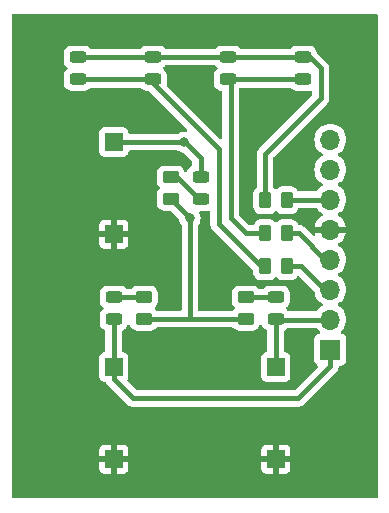
<source format=gbr>
%TF.GenerationSoftware,KiCad,Pcbnew,8.0.1*%
%TF.CreationDate,2024-05-01T13:03:36+02:00*%
%TF.ProjectId,top_led_btn_2MU_TOP,746f705f-6c65-4645-9f62-746e5f324d55,rev?*%
%TF.SameCoordinates,Original*%
%TF.FileFunction,Copper,L1,Top*%
%TF.FilePolarity,Positive*%
%FSLAX46Y46*%
G04 Gerber Fmt 4.6, Leading zero omitted, Abs format (unit mm)*
G04 Created by KiCad (PCBNEW 8.0.1) date 2024-05-01 13:03:36*
%MOMM*%
%LPD*%
G01*
G04 APERTURE LIST*
G04 Aperture macros list*
%AMRoundRect*
0 Rectangle with rounded corners*
0 $1 Rounding radius*
0 $2 $3 $4 $5 $6 $7 $8 $9 X,Y pos of 4 corners*
0 Add a 4 corners polygon primitive as box body*
4,1,4,$2,$3,$4,$5,$6,$7,$8,$9,$2,$3,0*
0 Add four circle primitives for the rounded corners*
1,1,$1+$1,$2,$3*
1,1,$1+$1,$4,$5*
1,1,$1+$1,$6,$7*
1,1,$1+$1,$8,$9*
0 Add four rect primitives between the rounded corners*
20,1,$1+$1,$2,$3,$4,$5,0*
20,1,$1+$1,$4,$5,$6,$7,0*
20,1,$1+$1,$6,$7,$8,$9,0*
20,1,$1+$1,$8,$9,$2,$3,0*%
G04 Aperture macros list end*
%TA.AperFunction,SMDPad,CuDef*%
%ADD10RoundRect,0.243750X0.456250X-0.243750X0.456250X0.243750X-0.456250X0.243750X-0.456250X-0.243750X0*%
%TD*%
%TA.AperFunction,SMDPad,CuDef*%
%ADD11RoundRect,0.243750X-0.456250X0.243750X-0.456250X-0.243750X0.456250X-0.243750X0.456250X0.243750X0*%
%TD*%
%TA.AperFunction,SMDPad,CuDef*%
%ADD12R,1.500000X1.500000*%
%TD*%
%TA.AperFunction,SMDPad,CuDef*%
%ADD13RoundRect,0.250000X0.450000X-0.262500X0.450000X0.262500X-0.450000X0.262500X-0.450000X-0.262500X0*%
%TD*%
%TA.AperFunction,SMDPad,CuDef*%
%ADD14RoundRect,0.250000X-0.262500X-0.450000X0.262500X-0.450000X0.262500X0.450000X-0.262500X0.450000X0*%
%TD*%
%TA.AperFunction,SMDPad,CuDef*%
%ADD15RoundRect,0.250000X0.262500X0.450000X-0.262500X0.450000X-0.262500X-0.450000X0.262500X-0.450000X0*%
%TD*%
%TA.AperFunction,ComponentPad*%
%ADD16R,1.700000X1.700000*%
%TD*%
%TA.AperFunction,ComponentPad*%
%ADD17O,1.700000X1.700000*%
%TD*%
%TA.AperFunction,ViaPad*%
%ADD18C,0.800000*%
%TD*%
%TA.AperFunction,Conductor*%
%ADD19C,0.400000*%
%TD*%
G04 APERTURE END LIST*
D10*
%TO.P,D6,1,K*%
%TO.N,Net-(D6-K)*%
X117856000Y-79677500D03*
%TO.P,D6,2,A*%
%TO.N,Net-(D4-A)*%
X117856000Y-77802500D03*
%TD*%
D11*
%TO.P,D1,1,K*%
%TO.N,Net-(D1-K)*%
X115570000Y-87962500D03*
%TO.P,D1,2,A*%
%TO.N,Net-(D1-A)*%
X115570000Y-89837500D03*
%TD*%
D12*
%TO.P,SW3,1,1*%
%TO.N,GND*%
X108204000Y-111850000D03*
%TO.P,SW3,2,2*%
%TO.N,Net-(D3-K)*%
X108204000Y-104050000D03*
%TD*%
D11*
%TO.P,D7,1,K*%
%TO.N,Net-(D4-A)*%
X124206000Y-77802500D03*
%TO.P,D7,2,A*%
%TO.N,Net-(D6-K)*%
X124206000Y-79677500D03*
%TD*%
D13*
%TO.P,R3,1*%
%TO.N,+3V3*%
X110744000Y-99972500D03*
%TO.P,R3,2*%
%TO.N,Net-(D3-A)*%
X110744000Y-98147500D03*
%TD*%
D14*
%TO.P,R4,1*%
%TO.N,Net-(D4-A)*%
X121007500Y-89916000D03*
%TO.P,R4,2*%
%TO.N,Net-(J2-Pin_6)*%
X122832500Y-89916000D03*
%TD*%
D13*
%TO.P,R1,1*%
%TO.N,+3V3*%
X113030000Y-89812500D03*
%TO.P,R1,2*%
%TO.N,Net-(D1-A)*%
X113030000Y-87987500D03*
%TD*%
%TO.P,R2,1*%
%TO.N,+3V3*%
X119380000Y-99972500D03*
%TO.P,R2,2*%
%TO.N,Net-(D2-A)*%
X119380000Y-98147500D03*
%TD*%
D15*
%TO.P,R5,1*%
%TO.N,Net-(J2-Pin_3)*%
X122832500Y-95504000D03*
%TO.P,R5,2*%
%TO.N,Net-(D4-K)*%
X121007500Y-95504000D03*
%TD*%
D12*
%TO.P,SW1,1,1*%
%TO.N,GND*%
X108204000Y-92800000D03*
%TO.P,SW1,2,2*%
%TO.N,Net-(D1-K)*%
X108204000Y-85000000D03*
%TD*%
D11*
%TO.P,D5,1,K*%
%TO.N,Net-(D4-A)*%
X111506000Y-77802500D03*
%TO.P,D5,2,A*%
%TO.N,Net-(D4-K)*%
X111506000Y-79677500D03*
%TD*%
D14*
%TO.P,R6,1*%
%TO.N,Net-(D6-K)*%
X121007500Y-92710000D03*
%TO.P,R6,2*%
%TO.N,Net-(J2-Pin_4)*%
X122832500Y-92710000D03*
%TD*%
D12*
%TO.P,SW2,1,1*%
%TO.N,GND*%
X121920000Y-111850000D03*
%TO.P,SW2,2,2*%
%TO.N,Net-(D2-K)*%
X121920000Y-104050000D03*
%TD*%
D10*
%TO.P,D2,1,K*%
%TO.N,Net-(D2-K)*%
X121920000Y-99997500D03*
%TO.P,D2,2,A*%
%TO.N,Net-(D2-A)*%
X121920000Y-98122500D03*
%TD*%
D16*
%TO.P,J2,1,Pin_1*%
%TO.N,Net-(D3-K)*%
X126542800Y-102560000D03*
D17*
%TO.P,J2,2,Pin_2*%
%TO.N,Net-(D2-K)*%
X126542800Y-100020000D03*
%TO.P,J2,3,Pin_3*%
%TO.N,Net-(J2-Pin_3)*%
X126542800Y-97480000D03*
%TO.P,J2,4,Pin_4*%
%TO.N,Net-(J2-Pin_4)*%
X126542800Y-94940000D03*
%TO.P,J2,5,Pin_5*%
%TO.N,GND*%
X126542800Y-92400000D03*
%TO.P,J2,6,Pin_6*%
%TO.N,Net-(J2-Pin_6)*%
X126542800Y-89860000D03*
%TO.P,J2,7,Pin_7*%
%TO.N,+3V3*%
X126542800Y-87320000D03*
%TO.P,J2,8,Pin_8*%
%TO.N,Net-(D1-K)*%
X126542800Y-84780000D03*
%TD*%
D10*
%TO.P,D4,1,K*%
%TO.N,Net-(D4-K)*%
X105156000Y-79677500D03*
%TO.P,D4,2,A*%
%TO.N,Net-(D4-A)*%
X105156000Y-77802500D03*
%TD*%
%TO.P,D3,1,K*%
%TO.N,Net-(D3-K)*%
X108204000Y-99997500D03*
%TO.P,D3,2,A*%
%TO.N,Net-(D3-A)*%
X108204000Y-98122500D03*
%TD*%
D18*
%TO.N,Net-(D1-K)*%
X114195000Y-85000000D03*
%TO.N,GND*%
X128016000Y-110490000D03*
X115316000Y-110998000D03*
X102362000Y-107696000D03*
X121412000Y-82296000D03*
X115824000Y-81280000D03*
X128778000Y-78232000D03*
X102870000Y-82804000D03*
X117094000Y-96012000D03*
X102616000Y-95758000D03*
X115316000Y-103378000D03*
%TO.N,+3V3*%
X114657500Y-91440000D03*
%TD*%
D19*
%TO.N,Net-(D4-K)*%
X117094000Y-91948000D02*
X120650000Y-95504000D01*
%TO.N,Net-(J2-Pin_3)*%
X126542800Y-97480000D02*
X126055000Y-97480000D01*
%TO.N,Net-(D4-K)*%
X111506000Y-79677500D02*
X111506000Y-80010000D01*
%TO.N,Net-(J2-Pin_3)*%
X126055000Y-97480000D02*
X124079000Y-95504000D01*
X124079000Y-95504000D02*
X122832500Y-95504000D01*
%TO.N,Net-(D4-K)*%
X111506000Y-80010000D02*
X117094000Y-85598000D01*
X120650000Y-95504000D02*
X121007500Y-95504000D01*
X117094000Y-85598000D02*
X117094000Y-91948000D01*
%TO.N,Net-(D4-A)*%
X121007500Y-89916000D02*
X121007500Y-86002500D01*
X121007500Y-86002500D02*
X125730000Y-81280000D01*
X124792500Y-77802500D02*
X124206000Y-77802500D01*
X125730000Y-81280000D02*
X125730000Y-78740000D01*
X125730000Y-78740000D02*
X124792500Y-77802500D01*
%TO.N,Net-(J2-Pin_6)*%
X122832500Y-89916000D02*
X122888500Y-89860000D01*
X122888500Y-89860000D02*
X126542800Y-89860000D01*
%TO.N,Net-(D6-K)*%
X124206000Y-79677500D02*
X118110000Y-79677500D01*
X118110000Y-79677500D02*
X118110000Y-91440000D01*
X118110000Y-91440000D02*
X119380000Y-92710000D01*
X119380000Y-92710000D02*
X121007500Y-92710000D01*
%TO.N,Net-(D2-K)*%
X126542800Y-100020000D02*
X121942500Y-100020000D01*
%TO.N,Net-(D3-K)*%
X126542800Y-103954700D02*
X126542800Y-102560000D01*
%TO.N,Net-(D2-K)*%
X121942500Y-100020000D02*
X121920000Y-99997500D01*
%TO.N,Net-(J2-Pin_4)*%
X126542800Y-94940000D02*
X126089688Y-94940000D01*
%TO.N,Net-(D3-K)*%
X123817500Y-106680000D02*
X126542800Y-103954700D01*
X108204000Y-105029000D02*
X109855000Y-106680000D01*
X109855000Y-106680000D02*
X123817500Y-106680000D01*
%TO.N,Net-(J2-Pin_4)*%
X123859688Y-92710000D02*
X122832500Y-92710000D01*
X126089688Y-94940000D02*
X123859688Y-92710000D01*
%TO.N,Net-(D3-K)*%
X108204000Y-104050000D02*
X108204000Y-105029000D01*
%TO.N,Net-(D1-A)*%
X115403750Y-89837500D02*
X115570000Y-89837500D01*
X113553750Y-87987500D02*
X115403750Y-89837500D01*
X113030000Y-87987500D02*
X113553750Y-87987500D01*
%TO.N,Net-(D1-K)*%
X115570000Y-86375000D02*
X115570000Y-87962500D01*
X114195000Y-85000000D02*
X108204000Y-85000000D01*
X114292500Y-85097500D02*
X115570000Y-86375000D01*
X114292500Y-85097500D02*
X114195000Y-85000000D01*
%TO.N,Net-(D2-A)*%
X119380000Y-98147500D02*
X121895000Y-98147500D01*
X121895000Y-98147500D02*
X121920000Y-98122500D01*
%TO.N,Net-(D2-K)*%
X121920000Y-104050000D02*
X121920000Y-99997500D01*
%TO.N,Net-(D3-K)*%
X108204000Y-104050000D02*
X108204000Y-99997500D01*
%TO.N,Net-(D3-A)*%
X108204000Y-98122500D02*
X110719000Y-98122500D01*
X110719000Y-98122500D02*
X110744000Y-98147500D01*
%TO.N,Net-(D4-A)*%
X117856000Y-77802500D02*
X124206000Y-77802500D01*
X111506000Y-77802500D02*
X117856000Y-77802500D01*
X105156000Y-77802500D02*
X111506000Y-77802500D01*
%TO.N,Net-(D4-K)*%
X105156000Y-79677500D02*
X111506000Y-79677500D01*
%TO.N,Net-(D6-K)*%
X117856000Y-79677500D02*
X124206000Y-79677500D01*
%TO.N,+3V3*%
X115927500Y-99972500D02*
X114657500Y-99972500D01*
X110744000Y-99972500D02*
X115927500Y-99972500D01*
X114657500Y-99972500D02*
X114657500Y-91440000D01*
X114657500Y-91440000D02*
X113030000Y-89812500D01*
X119380000Y-99972500D02*
X115927500Y-99972500D01*
%TD*%
%TA.AperFunction,Conductor*%
%TO.N,GND*%
G36*
X120704487Y-100432250D02*
G01*
X120755687Y-100479792D01*
X120766835Y-100504202D01*
X120780498Y-100545432D01*
X120784638Y-100557925D01*
X120784640Y-100557928D01*
X120784642Y-100557933D01*
X120875971Y-100705999D01*
X120875974Y-100706003D01*
X120998996Y-100829025D01*
X120999000Y-100829028D01*
X121147066Y-100920357D01*
X121147069Y-100920358D01*
X121147075Y-100920362D01*
X121147080Y-100920363D01*
X121147892Y-100920742D01*
X121148364Y-100921157D01*
X121153222Y-100924154D01*
X121152710Y-100924983D01*
X121200336Y-100966908D01*
X121219500Y-101033130D01*
X121219500Y-102677648D01*
X121199815Y-102744687D01*
X121147011Y-102790442D01*
X121108755Y-102800938D01*
X121062516Y-102805909D01*
X120927671Y-102856202D01*
X120927664Y-102856206D01*
X120812455Y-102942452D01*
X120812452Y-102942455D01*
X120726206Y-103057664D01*
X120726202Y-103057671D01*
X120675908Y-103192517D01*
X120669501Y-103252116D01*
X120669501Y-103252123D01*
X120669500Y-103252135D01*
X120669500Y-104847870D01*
X120669501Y-104847876D01*
X120675908Y-104907483D01*
X120726202Y-105042328D01*
X120726206Y-105042335D01*
X120812452Y-105157544D01*
X120812455Y-105157547D01*
X120927664Y-105243793D01*
X120927671Y-105243797D01*
X121062517Y-105294091D01*
X121062516Y-105294091D01*
X121069444Y-105294835D01*
X121122127Y-105300500D01*
X122717872Y-105300499D01*
X122777483Y-105294091D01*
X122912331Y-105243796D01*
X123027546Y-105157546D01*
X123113796Y-105042331D01*
X123164091Y-104907483D01*
X123170500Y-104847873D01*
X123170499Y-103252128D01*
X123164091Y-103192517D01*
X123113796Y-103057669D01*
X123113795Y-103057668D01*
X123113793Y-103057664D01*
X123027547Y-102942455D01*
X123027544Y-102942452D01*
X122912335Y-102856206D01*
X122912328Y-102856202D01*
X122777483Y-102805908D01*
X122731243Y-102800937D01*
X122666693Y-102774199D01*
X122626845Y-102716806D01*
X122620500Y-102677648D01*
X122620500Y-101033130D01*
X122640185Y-100966091D01*
X122687276Y-100924961D01*
X122686778Y-100924154D01*
X122691623Y-100921165D01*
X122692108Y-100920742D01*
X122692915Y-100920365D01*
X122692925Y-100920362D01*
X122841003Y-100829026D01*
X122913210Y-100756819D01*
X122974533Y-100723334D01*
X123000891Y-100720500D01*
X125320089Y-100720500D01*
X125387128Y-100740185D01*
X125421664Y-100773377D01*
X125504303Y-100891399D01*
X125504304Y-100891400D01*
X125504305Y-100891401D01*
X125626231Y-101013327D01*
X125659715Y-101074648D01*
X125654731Y-101144340D01*
X125612860Y-101200274D01*
X125581883Y-101217189D01*
X125450469Y-101266203D01*
X125450464Y-101266206D01*
X125335255Y-101352452D01*
X125335252Y-101352455D01*
X125249006Y-101467664D01*
X125249002Y-101467671D01*
X125198708Y-101602517D01*
X125192301Y-101662116D01*
X125192301Y-101662123D01*
X125192300Y-101662135D01*
X125192300Y-103457870D01*
X125192301Y-103457876D01*
X125198708Y-103517483D01*
X125249002Y-103652328D01*
X125249006Y-103652335D01*
X125335252Y-103767544D01*
X125335253Y-103767544D01*
X125335254Y-103767546D01*
X125379934Y-103800994D01*
X125451761Y-103854764D01*
X125493631Y-103910698D01*
X125498615Y-103980390D01*
X125465130Y-104041711D01*
X123563662Y-105943181D01*
X123502339Y-105976666D01*
X123475981Y-105979500D01*
X110196519Y-105979500D01*
X110129480Y-105959815D01*
X110108838Y-105943181D01*
X109392513Y-105226856D01*
X109359028Y-105165533D01*
X109364012Y-105095841D01*
X109380928Y-105064863D01*
X109397796Y-105042331D01*
X109448091Y-104907483D01*
X109454500Y-104847873D01*
X109454499Y-103252128D01*
X109448091Y-103192517D01*
X109397796Y-103057669D01*
X109397795Y-103057668D01*
X109397793Y-103057664D01*
X109311547Y-102942455D01*
X109311544Y-102942452D01*
X109196335Y-102856206D01*
X109196328Y-102856202D01*
X109061483Y-102805908D01*
X109015243Y-102800937D01*
X108950693Y-102774199D01*
X108910845Y-102716806D01*
X108904500Y-102677648D01*
X108904500Y-101033130D01*
X108924185Y-100966091D01*
X108971276Y-100924961D01*
X108970778Y-100924154D01*
X108975623Y-100921165D01*
X108976108Y-100920742D01*
X108976915Y-100920365D01*
X108976925Y-100920362D01*
X109125003Y-100829026D01*
X109248026Y-100706003D01*
X109339362Y-100557925D01*
X109357163Y-100504204D01*
X109396933Y-100446760D01*
X109461449Y-100419936D01*
X109530225Y-100432250D01*
X109581425Y-100479792D01*
X109592573Y-100504202D01*
X109609184Y-100554327D01*
X109609187Y-100554336D01*
X109611399Y-100557922D01*
X109701288Y-100703656D01*
X109825344Y-100827712D01*
X109974666Y-100919814D01*
X110141203Y-100974999D01*
X110243991Y-100985500D01*
X111244008Y-100985499D01*
X111244016Y-100985498D01*
X111244019Y-100985498D01*
X111300302Y-100979748D01*
X111346797Y-100974999D01*
X111513334Y-100919814D01*
X111662656Y-100827712D01*
X111781049Y-100709319D01*
X111842372Y-100675834D01*
X111868730Y-100673000D01*
X114588507Y-100673000D01*
X114726493Y-100673000D01*
X115858507Y-100673000D01*
X118255270Y-100673000D01*
X118322309Y-100692685D01*
X118342951Y-100709319D01*
X118461344Y-100827712D01*
X118610666Y-100919814D01*
X118777203Y-100974999D01*
X118879991Y-100985500D01*
X119880008Y-100985499D01*
X119880016Y-100985498D01*
X119880019Y-100985498D01*
X119936302Y-100979748D01*
X119982797Y-100974999D01*
X120149334Y-100919814D01*
X120298656Y-100827712D01*
X120422712Y-100703656D01*
X120514814Y-100554334D01*
X120531426Y-100504200D01*
X120571195Y-100446760D01*
X120635710Y-100419936D01*
X120704487Y-100432250D01*
G37*
%TD.AperFunction*%
%TA.AperFunction,Conductor*%
G36*
X116360366Y-90830947D02*
G01*
X116391559Y-90893467D01*
X116393500Y-90915323D01*
X116393500Y-91879006D01*
X116393500Y-92016994D01*
X116393500Y-92016996D01*
X116393499Y-92016996D01*
X116420418Y-92152322D01*
X116420421Y-92152332D01*
X116473222Y-92279807D01*
X116549887Y-92394545D01*
X116549888Y-92394546D01*
X119958181Y-95802837D01*
X119991666Y-95864160D01*
X119994500Y-95890517D01*
X119994500Y-96004000D01*
X119994501Y-96004019D01*
X120005000Y-96106796D01*
X120005001Y-96106799D01*
X120031743Y-96187500D01*
X120060186Y-96273334D01*
X120152288Y-96422656D01*
X120276344Y-96546712D01*
X120425666Y-96638814D01*
X120592203Y-96693999D01*
X120694991Y-96704500D01*
X121320008Y-96704499D01*
X121320016Y-96704498D01*
X121320019Y-96704498D01*
X121376302Y-96698748D01*
X121422797Y-96693999D01*
X121589334Y-96638814D01*
X121738656Y-96546712D01*
X121832319Y-96453049D01*
X121893642Y-96419564D01*
X121963334Y-96424548D01*
X122007681Y-96453049D01*
X122101344Y-96546712D01*
X122250666Y-96638814D01*
X122417203Y-96693999D01*
X122519991Y-96704500D01*
X123145008Y-96704499D01*
X123145016Y-96704498D01*
X123145019Y-96704498D01*
X123201302Y-96698748D01*
X123247797Y-96693999D01*
X123414334Y-96638814D01*
X123563656Y-96546712D01*
X123687712Y-96422656D01*
X123727191Y-96358648D01*
X123779135Y-96311927D01*
X123848098Y-96300703D01*
X123912180Y-96328545D01*
X123920409Y-96336066D01*
X125167000Y-97582657D01*
X125200485Y-97643980D01*
X125202847Y-97659528D01*
X125207736Y-97715404D01*
X125207738Y-97715413D01*
X125268894Y-97943655D01*
X125268896Y-97943659D01*
X125268897Y-97943663D01*
X125368765Y-98157830D01*
X125368767Y-98157834D01*
X125504301Y-98351395D01*
X125504306Y-98351402D01*
X125671397Y-98518493D01*
X125671403Y-98518498D01*
X125856958Y-98648425D01*
X125900583Y-98703002D01*
X125907777Y-98772500D01*
X125876254Y-98834855D01*
X125856958Y-98851575D01*
X125671397Y-98981505D01*
X125504306Y-99148596D01*
X125421664Y-99266623D01*
X125367087Y-99310248D01*
X125320089Y-99319500D01*
X123045892Y-99319500D01*
X122978853Y-99299815D01*
X122958211Y-99283182D01*
X122910710Y-99235681D01*
X122841003Y-99165974D01*
X122840301Y-99165541D01*
X122839921Y-99165118D01*
X122835336Y-99161493D01*
X122835955Y-99160709D01*
X122793575Y-99113598D01*
X122782349Y-99044636D01*
X122810188Y-98980552D01*
X122835455Y-98958657D01*
X122835336Y-98958507D01*
X122838687Y-98955856D01*
X122840299Y-98954459D01*
X122841003Y-98954026D01*
X122964026Y-98831003D01*
X123055362Y-98682925D01*
X123110087Y-98517775D01*
X123120500Y-98415848D01*
X123120500Y-97829152D01*
X123110087Y-97727225D01*
X123055362Y-97562075D01*
X123055358Y-97562069D01*
X123055357Y-97562066D01*
X122964028Y-97414000D01*
X122964025Y-97413996D01*
X122841003Y-97290974D01*
X122840999Y-97290971D01*
X122692933Y-97199642D01*
X122692927Y-97199639D01*
X122692925Y-97199638D01*
X122692922Y-97199637D01*
X122527776Y-97144913D01*
X122425855Y-97134500D01*
X122425848Y-97134500D01*
X121414152Y-97134500D01*
X121414144Y-97134500D01*
X121312223Y-97144913D01*
X121147077Y-97199637D01*
X121147066Y-97199642D01*
X120999000Y-97290971D01*
X120879289Y-97410682D01*
X120817966Y-97444166D01*
X120791608Y-97447000D01*
X120504730Y-97447000D01*
X120437691Y-97427315D01*
X120417049Y-97410681D01*
X120298657Y-97292289D01*
X120298656Y-97292288D01*
X120149334Y-97200186D01*
X119982797Y-97145001D01*
X119982795Y-97145000D01*
X119880010Y-97134500D01*
X118879998Y-97134500D01*
X118879980Y-97134501D01*
X118777203Y-97145000D01*
X118777200Y-97145001D01*
X118610668Y-97200185D01*
X118610663Y-97200187D01*
X118461342Y-97292289D01*
X118337289Y-97416342D01*
X118245187Y-97565663D01*
X118245185Y-97565668D01*
X118228980Y-97614571D01*
X118190001Y-97732203D01*
X118190001Y-97732204D01*
X118190000Y-97732204D01*
X118179500Y-97834983D01*
X118179500Y-98460001D01*
X118179501Y-98460019D01*
X118190000Y-98562796D01*
X118190001Y-98562799D01*
X118229810Y-98682933D01*
X118245186Y-98729334D01*
X118334414Y-98873997D01*
X118337289Y-98878657D01*
X118430951Y-98972319D01*
X118464436Y-99033642D01*
X118459452Y-99103334D01*
X118430951Y-99147681D01*
X118342951Y-99235681D01*
X118281628Y-99269166D01*
X118255270Y-99272000D01*
X115482000Y-99272000D01*
X115414961Y-99252315D01*
X115369206Y-99199511D01*
X115358000Y-99148000D01*
X115358000Y-92055391D01*
X115377685Y-91988352D01*
X115389852Y-91972417D01*
X115390033Y-91972216D01*
X115484679Y-91808284D01*
X115543174Y-91628256D01*
X115562960Y-91440000D01*
X115543174Y-91251744D01*
X115484679Y-91071716D01*
X115449912Y-91011498D01*
X115433440Y-90943600D01*
X115456293Y-90877573D01*
X115511214Y-90834382D01*
X115557300Y-90825500D01*
X116075843Y-90825500D01*
X116075848Y-90825500D01*
X116177775Y-90815087D01*
X116230496Y-90797616D01*
X116300324Y-90795215D01*
X116360366Y-90830947D01*
G37*
%TD.AperFunction*%
%TA.AperFunction,Conductor*%
G36*
X123169647Y-80397685D02*
G01*
X123190288Y-80414317D01*
X123284997Y-80509026D01*
X123284999Y-80509027D01*
X123285000Y-80509028D01*
X123433066Y-80600357D01*
X123433069Y-80600358D01*
X123433075Y-80600362D01*
X123598225Y-80655087D01*
X123700152Y-80665500D01*
X123700157Y-80665500D01*
X124711843Y-80665500D01*
X124711848Y-80665500D01*
X124813775Y-80655087D01*
X124866496Y-80637616D01*
X124936324Y-80635215D01*
X124996366Y-80670947D01*
X125027559Y-80733467D01*
X125029500Y-80755323D01*
X125029500Y-80938480D01*
X125009815Y-81005519D01*
X124993181Y-81026161D01*
X120463388Y-85555953D01*
X120463387Y-85555954D01*
X120386722Y-85670692D01*
X120333921Y-85798167D01*
X120333918Y-85798179D01*
X120308007Y-85928445D01*
X120308004Y-85928460D01*
X120307000Y-85933499D01*
X120307000Y-88791270D01*
X120287315Y-88858309D01*
X120270681Y-88878951D01*
X120152289Y-88997342D01*
X120060187Y-89146663D01*
X120060186Y-89146666D01*
X120005001Y-89313203D01*
X120005001Y-89313204D01*
X120005000Y-89313204D01*
X119994500Y-89415983D01*
X119994500Y-90416001D01*
X119994501Y-90416019D01*
X120005000Y-90518796D01*
X120005001Y-90518799D01*
X120054346Y-90667710D01*
X120060186Y-90685334D01*
X120152288Y-90834656D01*
X120276344Y-90958712D01*
X120425666Y-91050814D01*
X120592203Y-91105999D01*
X120694991Y-91116500D01*
X121320008Y-91116499D01*
X121320016Y-91116498D01*
X121320019Y-91116498D01*
X121376302Y-91110748D01*
X121422797Y-91105999D01*
X121589334Y-91050814D01*
X121738656Y-90958712D01*
X121832319Y-90865049D01*
X121893642Y-90831564D01*
X121963334Y-90836548D01*
X122007681Y-90865049D01*
X122101344Y-90958712D01*
X122250666Y-91050814D01*
X122417203Y-91105999D01*
X122519991Y-91116500D01*
X123145008Y-91116499D01*
X123145016Y-91116498D01*
X123145019Y-91116498D01*
X123201302Y-91110748D01*
X123247797Y-91105999D01*
X123414334Y-91050814D01*
X123563656Y-90958712D01*
X123687712Y-90834656D01*
X123779814Y-90685334D01*
X123793015Y-90645493D01*
X123832788Y-90588050D01*
X123897304Y-90561228D01*
X123910721Y-90560500D01*
X125320089Y-90560500D01*
X125387128Y-90580185D01*
X125421664Y-90613377D01*
X125504305Y-90731402D01*
X125671397Y-90898493D01*
X125671403Y-90898498D01*
X125857394Y-91028730D01*
X125901019Y-91083307D01*
X125908213Y-91152805D01*
X125876690Y-91215160D01*
X125857395Y-91231880D01*
X125671722Y-91361890D01*
X125671720Y-91361891D01*
X125504691Y-91528920D01*
X125504686Y-91528926D01*
X125369200Y-91722420D01*
X125369199Y-91722422D01*
X125269370Y-91936507D01*
X125269367Y-91936513D01*
X125212164Y-92149999D01*
X125212164Y-92150000D01*
X126109788Y-92150000D01*
X126076875Y-92207007D01*
X126042800Y-92334174D01*
X126042800Y-92465826D01*
X126076875Y-92592993D01*
X126109788Y-92650000D01*
X125212164Y-92650000D01*
X125246785Y-92779209D01*
X125245122Y-92849058D01*
X125205960Y-92906921D01*
X125141731Y-92934425D01*
X125072829Y-92922839D01*
X125039329Y-92898983D01*
X124306233Y-92165887D01*
X124191495Y-92089222D01*
X124064020Y-92036421D01*
X124064010Y-92036418D01*
X123928684Y-92009500D01*
X123928682Y-92009500D01*
X123928681Y-92009500D01*
X123890908Y-92009500D01*
X123823869Y-91989815D01*
X123785363Y-91945728D01*
X123783605Y-91946813D01*
X123777252Y-91936513D01*
X123687712Y-91791344D01*
X123563656Y-91667288D01*
X123414334Y-91575186D01*
X123247797Y-91520001D01*
X123247795Y-91520000D01*
X123145010Y-91509500D01*
X122519998Y-91509500D01*
X122519980Y-91509501D01*
X122417203Y-91520000D01*
X122417200Y-91520001D01*
X122250668Y-91575185D01*
X122250663Y-91575187D01*
X122101342Y-91667289D01*
X122007681Y-91760951D01*
X121946358Y-91794436D01*
X121876666Y-91789452D01*
X121832319Y-91760951D01*
X121738657Y-91667289D01*
X121738656Y-91667288D01*
X121589334Y-91575186D01*
X121422797Y-91520001D01*
X121422795Y-91520000D01*
X121320010Y-91509500D01*
X120694998Y-91509500D01*
X120694980Y-91509501D01*
X120592203Y-91520000D01*
X120592200Y-91520001D01*
X120425668Y-91575185D01*
X120425663Y-91575187D01*
X120276342Y-91667289D01*
X120152289Y-91791342D01*
X120142068Y-91807913D01*
X120062752Y-91936507D01*
X120056395Y-91946813D01*
X120054600Y-91945706D01*
X120015313Y-91990337D01*
X119949092Y-92009500D01*
X119721519Y-92009500D01*
X119654480Y-91989815D01*
X119633838Y-91973181D01*
X118846819Y-91186162D01*
X118813334Y-91124839D01*
X118810500Y-91098481D01*
X118810500Y-80526891D01*
X118830185Y-80459852D01*
X118846821Y-80439208D01*
X118871713Y-80414317D01*
X118933036Y-80380833D01*
X118959392Y-80378000D01*
X123102608Y-80378000D01*
X123169647Y-80397685D01*
G37*
%TD.AperFunction*%
%TA.AperFunction,Conductor*%
G36*
X116819647Y-78522685D02*
G01*
X116840289Y-78539318D01*
X116934997Y-78634026D01*
X116934999Y-78634027D01*
X116935000Y-78634028D01*
X116935703Y-78634462D01*
X116936083Y-78634885D01*
X116940664Y-78638507D01*
X116940045Y-78639289D01*
X116982428Y-78686410D01*
X116993649Y-78755372D01*
X116965806Y-78819454D01*
X116940544Y-78841342D01*
X116940664Y-78841493D01*
X116937315Y-78844140D01*
X116935703Y-78845538D01*
X116935000Y-78845971D01*
X116934996Y-78845974D01*
X116811974Y-78968996D01*
X116811971Y-78969000D01*
X116720642Y-79117066D01*
X116720637Y-79117077D01*
X116665913Y-79282223D01*
X116655500Y-79384144D01*
X116655500Y-79970855D01*
X116665913Y-80072776D01*
X116720637Y-80237922D01*
X116720642Y-80237933D01*
X116811971Y-80385999D01*
X116811974Y-80386003D01*
X116934996Y-80509025D01*
X116935000Y-80509028D01*
X117083066Y-80600357D01*
X117083069Y-80600358D01*
X117083075Y-80600362D01*
X117188255Y-80635215D01*
X117248224Y-80655087D01*
X117258380Y-80656124D01*
X117298102Y-80660182D01*
X117362793Y-80686577D01*
X117402945Y-80743758D01*
X117409500Y-80783540D01*
X117409500Y-84623481D01*
X117389815Y-84690520D01*
X117337011Y-84736275D01*
X117267853Y-84746219D01*
X117204297Y-84717194D01*
X117197819Y-84711162D01*
X112716157Y-80229500D01*
X112682672Y-80168177D01*
X112686131Y-80102816D01*
X112696087Y-80072775D01*
X112706500Y-79970848D01*
X112706500Y-79384152D01*
X112696087Y-79282225D01*
X112641362Y-79117075D01*
X112641358Y-79117069D01*
X112641357Y-79117066D01*
X112550028Y-78969000D01*
X112550025Y-78968996D01*
X112427004Y-78845975D01*
X112427003Y-78845974D01*
X112426301Y-78845541D01*
X112425921Y-78845118D01*
X112421336Y-78841493D01*
X112421955Y-78840709D01*
X112379575Y-78793598D01*
X112368349Y-78724636D01*
X112396188Y-78660552D01*
X112421455Y-78638657D01*
X112421336Y-78638507D01*
X112424687Y-78635856D01*
X112426299Y-78634459D01*
X112427003Y-78634026D01*
X112521711Y-78539318D01*
X112583035Y-78505834D01*
X112609392Y-78503000D01*
X116752608Y-78503000D01*
X116819647Y-78522685D01*
G37*
%TD.AperFunction*%
%TA.AperFunction,Conductor*%
G36*
X130502539Y-74180185D02*
G01*
X130548294Y-74232989D01*
X130559500Y-74284500D01*
X130559500Y-115035500D01*
X130539815Y-115102539D01*
X130487011Y-115148294D01*
X130435500Y-115159500D01*
X99684500Y-115159500D01*
X99617461Y-115139815D01*
X99571706Y-115087011D01*
X99560500Y-115035500D01*
X99560500Y-112100000D01*
X106954000Y-112100000D01*
X106954000Y-112647844D01*
X106960401Y-112707372D01*
X106960403Y-112707379D01*
X107010645Y-112842086D01*
X107010649Y-112842093D01*
X107096809Y-112957187D01*
X107096812Y-112957190D01*
X107211906Y-113043350D01*
X107211913Y-113043354D01*
X107346620Y-113093596D01*
X107346627Y-113093598D01*
X107406155Y-113099999D01*
X107406172Y-113100000D01*
X107954000Y-113100000D01*
X107954000Y-112100000D01*
X108454000Y-112100000D01*
X108454000Y-113100000D01*
X109001828Y-113100000D01*
X109001844Y-113099999D01*
X109061372Y-113093598D01*
X109061379Y-113093596D01*
X109196086Y-113043354D01*
X109196093Y-113043350D01*
X109311187Y-112957190D01*
X109311190Y-112957187D01*
X109397350Y-112842093D01*
X109397354Y-112842086D01*
X109447596Y-112707379D01*
X109447598Y-112707372D01*
X109453999Y-112647844D01*
X109454000Y-112647827D01*
X109454000Y-112100000D01*
X120670000Y-112100000D01*
X120670000Y-112647844D01*
X120676401Y-112707372D01*
X120676403Y-112707379D01*
X120726645Y-112842086D01*
X120726649Y-112842093D01*
X120812809Y-112957187D01*
X120812812Y-112957190D01*
X120927906Y-113043350D01*
X120927913Y-113043354D01*
X121062620Y-113093596D01*
X121062627Y-113093598D01*
X121122155Y-113099999D01*
X121122172Y-113100000D01*
X121670000Y-113100000D01*
X121670000Y-112100000D01*
X122170000Y-112100000D01*
X122170000Y-113100000D01*
X122717828Y-113100000D01*
X122717844Y-113099999D01*
X122777372Y-113093598D01*
X122777379Y-113093596D01*
X122912086Y-113043354D01*
X122912093Y-113043350D01*
X123027187Y-112957190D01*
X123027190Y-112957187D01*
X123113350Y-112842093D01*
X123113354Y-112842086D01*
X123163596Y-112707379D01*
X123163598Y-112707372D01*
X123169999Y-112647844D01*
X123170000Y-112647827D01*
X123170000Y-112100000D01*
X122170000Y-112100000D01*
X121670000Y-112100000D01*
X120670000Y-112100000D01*
X109454000Y-112100000D01*
X108454000Y-112100000D01*
X107954000Y-112100000D01*
X106954000Y-112100000D01*
X99560500Y-112100000D01*
X99560500Y-111600000D01*
X106954000Y-111600000D01*
X107954000Y-111600000D01*
X107954000Y-110600000D01*
X108454000Y-110600000D01*
X108454000Y-111600000D01*
X109454000Y-111600000D01*
X120670000Y-111600000D01*
X121670000Y-111600000D01*
X121670000Y-110600000D01*
X122170000Y-110600000D01*
X122170000Y-111600000D01*
X123170000Y-111600000D01*
X123170000Y-111052172D01*
X123169999Y-111052155D01*
X123163598Y-110992627D01*
X123163596Y-110992620D01*
X123113354Y-110857913D01*
X123113350Y-110857906D01*
X123027190Y-110742812D01*
X123027187Y-110742809D01*
X122912093Y-110656649D01*
X122912086Y-110656645D01*
X122777379Y-110606403D01*
X122777372Y-110606401D01*
X122717844Y-110600000D01*
X122170000Y-110600000D01*
X121670000Y-110600000D01*
X121122155Y-110600000D01*
X121062627Y-110606401D01*
X121062620Y-110606403D01*
X120927913Y-110656645D01*
X120927906Y-110656649D01*
X120812812Y-110742809D01*
X120812809Y-110742812D01*
X120726649Y-110857906D01*
X120726645Y-110857913D01*
X120676403Y-110992620D01*
X120676401Y-110992627D01*
X120670000Y-111052155D01*
X120670000Y-111600000D01*
X109454000Y-111600000D01*
X109454000Y-111052172D01*
X109453999Y-111052155D01*
X109447598Y-110992627D01*
X109447596Y-110992620D01*
X109397354Y-110857913D01*
X109397350Y-110857906D01*
X109311190Y-110742812D01*
X109311187Y-110742809D01*
X109196093Y-110656649D01*
X109196086Y-110656645D01*
X109061379Y-110606403D01*
X109061372Y-110606401D01*
X109001844Y-110600000D01*
X108454000Y-110600000D01*
X107954000Y-110600000D01*
X107406155Y-110600000D01*
X107346627Y-110606401D01*
X107346620Y-110606403D01*
X107211913Y-110656645D01*
X107211906Y-110656649D01*
X107096812Y-110742809D01*
X107096809Y-110742812D01*
X107010649Y-110857906D01*
X107010645Y-110857913D01*
X106960403Y-110992620D01*
X106960401Y-110992627D01*
X106954000Y-111052155D01*
X106954000Y-111600000D01*
X99560500Y-111600000D01*
X99560500Y-93050000D01*
X106954000Y-93050000D01*
X106954000Y-93597844D01*
X106960401Y-93657372D01*
X106960403Y-93657379D01*
X107010645Y-93792086D01*
X107010649Y-93792093D01*
X107096809Y-93907187D01*
X107096812Y-93907190D01*
X107211906Y-93993350D01*
X107211913Y-93993354D01*
X107346620Y-94043596D01*
X107346627Y-94043598D01*
X107406155Y-94049999D01*
X107406172Y-94050000D01*
X107954000Y-94050000D01*
X107954000Y-93050000D01*
X108454000Y-93050000D01*
X108454000Y-94050000D01*
X109001828Y-94050000D01*
X109001844Y-94049999D01*
X109061372Y-94043598D01*
X109061379Y-94043596D01*
X109196086Y-93993354D01*
X109196093Y-93993350D01*
X109311187Y-93907190D01*
X109311190Y-93907187D01*
X109397350Y-93792093D01*
X109397354Y-93792086D01*
X109447596Y-93657379D01*
X109447598Y-93657372D01*
X109453999Y-93597844D01*
X109454000Y-93597827D01*
X109454000Y-93050000D01*
X108454000Y-93050000D01*
X107954000Y-93050000D01*
X106954000Y-93050000D01*
X99560500Y-93050000D01*
X99560500Y-92550000D01*
X106954000Y-92550000D01*
X107954000Y-92550000D01*
X107954000Y-91550000D01*
X108454000Y-91550000D01*
X108454000Y-92550000D01*
X109454000Y-92550000D01*
X109454000Y-92002172D01*
X109453999Y-92002155D01*
X109447598Y-91942627D01*
X109447596Y-91942620D01*
X109397354Y-91807913D01*
X109397350Y-91807906D01*
X109311190Y-91692812D01*
X109311187Y-91692809D01*
X109196093Y-91606649D01*
X109196086Y-91606645D01*
X109061379Y-91556403D01*
X109061372Y-91556401D01*
X109001844Y-91550000D01*
X108454000Y-91550000D01*
X107954000Y-91550000D01*
X107406155Y-91550000D01*
X107346627Y-91556401D01*
X107346620Y-91556403D01*
X107211913Y-91606645D01*
X107211906Y-91606649D01*
X107096812Y-91692809D01*
X107096809Y-91692812D01*
X107010649Y-91807906D01*
X107010645Y-91807913D01*
X106960403Y-91942620D01*
X106960401Y-91942627D01*
X106954000Y-92002155D01*
X106954000Y-92550000D01*
X99560500Y-92550000D01*
X99560500Y-79970855D01*
X103955500Y-79970855D01*
X103965913Y-80072776D01*
X104020637Y-80237922D01*
X104020642Y-80237933D01*
X104111971Y-80385999D01*
X104111974Y-80386003D01*
X104234996Y-80509025D01*
X104235000Y-80509028D01*
X104383066Y-80600357D01*
X104383069Y-80600358D01*
X104383075Y-80600362D01*
X104548225Y-80655087D01*
X104650152Y-80665500D01*
X104650157Y-80665500D01*
X105661843Y-80665500D01*
X105661848Y-80665500D01*
X105763775Y-80655087D01*
X105928925Y-80600362D01*
X106077003Y-80509026D01*
X106171711Y-80414318D01*
X106233035Y-80380834D01*
X106259392Y-80378000D01*
X110402608Y-80378000D01*
X110469647Y-80397685D01*
X110490288Y-80414317D01*
X110584997Y-80509026D01*
X110584999Y-80509027D01*
X110585000Y-80509028D01*
X110733066Y-80600357D01*
X110733069Y-80600358D01*
X110733075Y-80600362D01*
X110898225Y-80655087D01*
X111000152Y-80665500D01*
X111119481Y-80665500D01*
X111186520Y-80685185D01*
X111207162Y-80701819D01*
X114394259Y-83888916D01*
X114427744Y-83950239D01*
X114422760Y-84019931D01*
X114380888Y-84075864D01*
X114315424Y-84100281D01*
X114293611Y-84099917D01*
X114289646Y-84099500D01*
X114100354Y-84099500D01*
X114087788Y-84102171D01*
X113915197Y-84138855D01*
X113915192Y-84138857D01*
X113742270Y-84215848D01*
X113742265Y-84215851D01*
X113659729Y-84275818D01*
X113593923Y-84299298D01*
X113586844Y-84299500D01*
X109576351Y-84299500D01*
X109509312Y-84279815D01*
X109463557Y-84227011D01*
X109453061Y-84188752D01*
X109448091Y-84142516D01*
X109397797Y-84007671D01*
X109397793Y-84007664D01*
X109311547Y-83892455D01*
X109311544Y-83892452D01*
X109196335Y-83806206D01*
X109196328Y-83806202D01*
X109061482Y-83755908D01*
X109061483Y-83755908D01*
X109001883Y-83749501D01*
X109001881Y-83749500D01*
X109001873Y-83749500D01*
X109001864Y-83749500D01*
X107406129Y-83749500D01*
X107406123Y-83749501D01*
X107346516Y-83755908D01*
X107211671Y-83806202D01*
X107211664Y-83806206D01*
X107096455Y-83892452D01*
X107096452Y-83892455D01*
X107010206Y-84007664D01*
X107010202Y-84007671D01*
X106959908Y-84142517D01*
X106953501Y-84202116D01*
X106953500Y-84202135D01*
X106953500Y-85797870D01*
X106953501Y-85797876D01*
X106959908Y-85857483D01*
X107010202Y-85992328D01*
X107010206Y-85992335D01*
X107096452Y-86107544D01*
X107096455Y-86107547D01*
X107211664Y-86193793D01*
X107211671Y-86193797D01*
X107346517Y-86244091D01*
X107346516Y-86244091D01*
X107353444Y-86244835D01*
X107406127Y-86250500D01*
X109001872Y-86250499D01*
X109061483Y-86244091D01*
X109196331Y-86193796D01*
X109311546Y-86107546D01*
X109397796Y-85992331D01*
X109448091Y-85857483D01*
X109453062Y-85811242D01*
X109479799Y-85746694D01*
X109537191Y-85706846D01*
X109576351Y-85700500D01*
X113586844Y-85700500D01*
X113653883Y-85720185D01*
X113659729Y-85724182D01*
X113742265Y-85784148D01*
X113742270Y-85784151D01*
X113915191Y-85861142D01*
X113915193Y-85861142D01*
X113915197Y-85861144D01*
X114070130Y-85894075D01*
X114131607Y-85927266D01*
X114132026Y-85927683D01*
X114833181Y-86628838D01*
X114866666Y-86690161D01*
X114869500Y-86716519D01*
X114869500Y-86926868D01*
X114849815Y-86993907D01*
X114802724Y-87035041D01*
X114803221Y-87035846D01*
X114798400Y-87038819D01*
X114797911Y-87039247D01*
X114797075Y-87039636D01*
X114649000Y-87130971D01*
X114648996Y-87130974D01*
X114525974Y-87253996D01*
X114525971Y-87254000D01*
X114434642Y-87402066D01*
X114434638Y-87402075D01*
X114416837Y-87455796D01*
X114377064Y-87513240D01*
X114312548Y-87540063D01*
X114243772Y-87527748D01*
X114192572Y-87480204D01*
X114181425Y-87455796D01*
X114164814Y-87405666D01*
X114072712Y-87256344D01*
X113948656Y-87132288D01*
X113799334Y-87040186D01*
X113632797Y-86985001D01*
X113632795Y-86985000D01*
X113530010Y-86974500D01*
X112529998Y-86974500D01*
X112529980Y-86974501D01*
X112427203Y-86985000D01*
X112427200Y-86985001D01*
X112260668Y-87040185D01*
X112260663Y-87040187D01*
X112111342Y-87132289D01*
X111987289Y-87256342D01*
X111895187Y-87405663D01*
X111895185Y-87405668D01*
X111867349Y-87489670D01*
X111840001Y-87572203D01*
X111840001Y-87572204D01*
X111840000Y-87572204D01*
X111829500Y-87674983D01*
X111829500Y-88300001D01*
X111829501Y-88300019D01*
X111840000Y-88402796D01*
X111840001Y-88402799D01*
X111868375Y-88488425D01*
X111895186Y-88569334D01*
X111985341Y-88715500D01*
X111987289Y-88718657D01*
X112080951Y-88812319D01*
X112114436Y-88873642D01*
X112109452Y-88943334D01*
X112080951Y-88987681D01*
X111987289Y-89081342D01*
X111895187Y-89230663D01*
X111895186Y-89230666D01*
X111840001Y-89397203D01*
X111840001Y-89397204D01*
X111840000Y-89397204D01*
X111829500Y-89499983D01*
X111829500Y-90125001D01*
X111829501Y-90125019D01*
X111840000Y-90227796D01*
X111840001Y-90227799D01*
X111895185Y-90394331D01*
X111895187Y-90394336D01*
X111908561Y-90416019D01*
X111987288Y-90543656D01*
X112111344Y-90667712D01*
X112260666Y-90759814D01*
X112427203Y-90814999D01*
X112529991Y-90825500D01*
X113000980Y-90825499D01*
X113068019Y-90845183D01*
X113088661Y-90861818D01*
X113730995Y-91504152D01*
X113764480Y-91565475D01*
X113766634Y-91578869D01*
X113771825Y-91628249D01*
X113771827Y-91628260D01*
X113830318Y-91808277D01*
X113830321Y-91808284D01*
X113924966Y-91972215D01*
X113925148Y-91972417D01*
X113925216Y-91972559D01*
X113928785Y-91977471D01*
X113927886Y-91978123D01*
X113955379Y-92035408D01*
X113957000Y-92055391D01*
X113957000Y-99148000D01*
X113937315Y-99215039D01*
X113884511Y-99260794D01*
X113833000Y-99272000D01*
X111868730Y-99272000D01*
X111801691Y-99252315D01*
X111781049Y-99235681D01*
X111693049Y-99147681D01*
X111659564Y-99086358D01*
X111664548Y-99016666D01*
X111693049Y-98972319D01*
X111711344Y-98954024D01*
X111786712Y-98878656D01*
X111878814Y-98729334D01*
X111933999Y-98562797D01*
X111944500Y-98460009D01*
X111944499Y-97834992D01*
X111943902Y-97829152D01*
X111933999Y-97732203D01*
X111933998Y-97732200D01*
X111909917Y-97659528D01*
X111878814Y-97565666D01*
X111786712Y-97416344D01*
X111662656Y-97292288D01*
X111513334Y-97200186D01*
X111346797Y-97145001D01*
X111346795Y-97145000D01*
X111244010Y-97134500D01*
X110243998Y-97134500D01*
X110243980Y-97134501D01*
X110141203Y-97145000D01*
X110141200Y-97145001D01*
X109974668Y-97200185D01*
X109974663Y-97200187D01*
X109825342Y-97292289D01*
X109731951Y-97385681D01*
X109670628Y-97419166D01*
X109644270Y-97422000D01*
X109307392Y-97422000D01*
X109240353Y-97402315D01*
X109219711Y-97385682D01*
X109219710Y-97385681D01*
X109125003Y-97290974D01*
X109125000Y-97290972D01*
X109124999Y-97290971D01*
X108976933Y-97199642D01*
X108976927Y-97199639D01*
X108976925Y-97199638D01*
X108976922Y-97199637D01*
X108811776Y-97144913D01*
X108709855Y-97134500D01*
X108709848Y-97134500D01*
X107698152Y-97134500D01*
X107698144Y-97134500D01*
X107596223Y-97144913D01*
X107431077Y-97199637D01*
X107431066Y-97199642D01*
X107283000Y-97290971D01*
X107282996Y-97290974D01*
X107159974Y-97413996D01*
X107159971Y-97414000D01*
X107068642Y-97562066D01*
X107068637Y-97562077D01*
X107013913Y-97727223D01*
X107003500Y-97829144D01*
X107003500Y-98415855D01*
X107013913Y-98517776D01*
X107068637Y-98682922D01*
X107068642Y-98682933D01*
X107159971Y-98830999D01*
X107159974Y-98831003D01*
X107282996Y-98954025D01*
X107283000Y-98954028D01*
X107283703Y-98954462D01*
X107284083Y-98954885D01*
X107288664Y-98958507D01*
X107288045Y-98959289D01*
X107330428Y-99006410D01*
X107341649Y-99075372D01*
X107313806Y-99139454D01*
X107288544Y-99161342D01*
X107288664Y-99161493D01*
X107285315Y-99164140D01*
X107283703Y-99165538D01*
X107283000Y-99165971D01*
X107282996Y-99165974D01*
X107159974Y-99288996D01*
X107159971Y-99289000D01*
X107068642Y-99437066D01*
X107068637Y-99437077D01*
X107013913Y-99602223D01*
X107003500Y-99704144D01*
X107003500Y-100290855D01*
X107013913Y-100392776D01*
X107068637Y-100557922D01*
X107068642Y-100557933D01*
X107159971Y-100705999D01*
X107159974Y-100706003D01*
X107282996Y-100829025D01*
X107283000Y-100829028D01*
X107431066Y-100920357D01*
X107431069Y-100920358D01*
X107431075Y-100920362D01*
X107431080Y-100920363D01*
X107431892Y-100920742D01*
X107432364Y-100921157D01*
X107437222Y-100924154D01*
X107436710Y-100924983D01*
X107484336Y-100966908D01*
X107503500Y-101033130D01*
X107503500Y-102677648D01*
X107483815Y-102744687D01*
X107431011Y-102790442D01*
X107392755Y-102800938D01*
X107346516Y-102805909D01*
X107211671Y-102856202D01*
X107211664Y-102856206D01*
X107096455Y-102942452D01*
X107096452Y-102942455D01*
X107010206Y-103057664D01*
X107010202Y-103057671D01*
X106959908Y-103192517D01*
X106953501Y-103252116D01*
X106953501Y-103252123D01*
X106953500Y-103252135D01*
X106953500Y-104847870D01*
X106953501Y-104847876D01*
X106959908Y-104907483D01*
X107010202Y-105042328D01*
X107010206Y-105042335D01*
X107096452Y-105157544D01*
X107096455Y-105157547D01*
X107211664Y-105243793D01*
X107211671Y-105243797D01*
X107256618Y-105260561D01*
X107346517Y-105294091D01*
X107406127Y-105300500D01*
X107476664Y-105300499D01*
X107543703Y-105320183D01*
X107577758Y-105357137D01*
X107579841Y-105355746D01*
X107659887Y-105475545D01*
X109408454Y-107224112D01*
X109523192Y-107300777D01*
X109650667Y-107353578D01*
X109650672Y-107353580D01*
X109650676Y-107353580D01*
X109650677Y-107353581D01*
X109786003Y-107380500D01*
X109786006Y-107380500D01*
X123886496Y-107380500D01*
X123977540Y-107362389D01*
X124021828Y-107353580D01*
X124085569Y-107327177D01*
X124149307Y-107300777D01*
X124149308Y-107300776D01*
X124149311Y-107300775D01*
X124264043Y-107224114D01*
X127086914Y-104401243D01*
X127163575Y-104286511D01*
X127216380Y-104159029D01*
X127216380Y-104159025D01*
X127216382Y-104159022D01*
X127221734Y-104132111D01*
X127221734Y-104132109D01*
X127243300Y-104023693D01*
X127243433Y-104022344D01*
X127243700Y-104021682D01*
X127244489Y-104017717D01*
X127245241Y-104017866D01*
X127269595Y-103957557D01*
X127326630Y-103917198D01*
X127366836Y-103910499D01*
X127440671Y-103910499D01*
X127440672Y-103910499D01*
X127500283Y-103904091D01*
X127635131Y-103853796D01*
X127750346Y-103767546D01*
X127836596Y-103652331D01*
X127886891Y-103517483D01*
X127893300Y-103457873D01*
X127893299Y-101662128D01*
X127886891Y-101602517D01*
X127836596Y-101467669D01*
X127836595Y-101467668D01*
X127836593Y-101467664D01*
X127750347Y-101352455D01*
X127750344Y-101352452D01*
X127635135Y-101266206D01*
X127635128Y-101266202D01*
X127503717Y-101217189D01*
X127447783Y-101175318D01*
X127423366Y-101109853D01*
X127438218Y-101041580D01*
X127459363Y-101013332D01*
X127581295Y-100891401D01*
X127716835Y-100697830D01*
X127816703Y-100483663D01*
X127877863Y-100255408D01*
X127898459Y-100020000D01*
X127877863Y-99784592D01*
X127816703Y-99556337D01*
X127716835Y-99342171D01*
X127694483Y-99310248D01*
X127581294Y-99148597D01*
X127414202Y-98981506D01*
X127414196Y-98981501D01*
X127228642Y-98851575D01*
X127185017Y-98796998D01*
X127177823Y-98727500D01*
X127209346Y-98665145D01*
X127228642Y-98648425D01*
X127350931Y-98562797D01*
X127414201Y-98518495D01*
X127581295Y-98351401D01*
X127716835Y-98157830D01*
X127816703Y-97943663D01*
X127877863Y-97715408D01*
X127898459Y-97480000D01*
X127877863Y-97244592D01*
X127816703Y-97016337D01*
X127716835Y-96802171D01*
X127648446Y-96704500D01*
X127581294Y-96608597D01*
X127414202Y-96441506D01*
X127414196Y-96441501D01*
X127228642Y-96311575D01*
X127185017Y-96256998D01*
X127177823Y-96187500D01*
X127209346Y-96125145D01*
X127228642Y-96108425D01*
X127250826Y-96092891D01*
X127414201Y-95978495D01*
X127581295Y-95811401D01*
X127716835Y-95617830D01*
X127816703Y-95403663D01*
X127877863Y-95175408D01*
X127898459Y-94940000D01*
X127877863Y-94704592D01*
X127816703Y-94476337D01*
X127716835Y-94262171D01*
X127581295Y-94068599D01*
X127581294Y-94068597D01*
X127414202Y-93901506D01*
X127414201Y-93901505D01*
X127228205Y-93771269D01*
X127184581Y-93716692D01*
X127177388Y-93647193D01*
X127208910Y-93584839D01*
X127228205Y-93568119D01*
X127413882Y-93438105D01*
X127580905Y-93271082D01*
X127716400Y-93077578D01*
X127816229Y-92863492D01*
X127816232Y-92863486D01*
X127873436Y-92650000D01*
X126975812Y-92650000D01*
X127008725Y-92592993D01*
X127042800Y-92465826D01*
X127042800Y-92334174D01*
X127008725Y-92207007D01*
X126975812Y-92150000D01*
X127873436Y-92150000D01*
X127873435Y-92149999D01*
X127816232Y-91936513D01*
X127816229Y-91936507D01*
X127716400Y-91722422D01*
X127716399Y-91722420D01*
X127580913Y-91528926D01*
X127580908Y-91528920D01*
X127413878Y-91361890D01*
X127228205Y-91231879D01*
X127184580Y-91177302D01*
X127177388Y-91107804D01*
X127208910Y-91045449D01*
X127228206Y-91028730D01*
X127349784Y-90943600D01*
X127414201Y-90898495D01*
X127581295Y-90731401D01*
X127716835Y-90537830D01*
X127816703Y-90323663D01*
X127877863Y-90095408D01*
X127898459Y-89860000D01*
X127877863Y-89624592D01*
X127816703Y-89396337D01*
X127716835Y-89182171D01*
X127694483Y-89150248D01*
X127581294Y-88988597D01*
X127414202Y-88821506D01*
X127414196Y-88821501D01*
X127228642Y-88691575D01*
X127185017Y-88636998D01*
X127177823Y-88567500D01*
X127209346Y-88505145D01*
X127228642Y-88488425D01*
X127350931Y-88402797D01*
X127414201Y-88358495D01*
X127581295Y-88191401D01*
X127716835Y-87997830D01*
X127816703Y-87783663D01*
X127877863Y-87555408D01*
X127898459Y-87320000D01*
X127877863Y-87084592D01*
X127816703Y-86856337D01*
X127716835Y-86642171D01*
X127707500Y-86628838D01*
X127581294Y-86448597D01*
X127414202Y-86281506D01*
X127414196Y-86281501D01*
X127228642Y-86151575D01*
X127185017Y-86096998D01*
X127177823Y-86027500D01*
X127209346Y-85965145D01*
X127228642Y-85948425D01*
X127257176Y-85928445D01*
X127414201Y-85818495D01*
X127581295Y-85651401D01*
X127716835Y-85457830D01*
X127816703Y-85243663D01*
X127877863Y-85015408D01*
X127898459Y-84780000D01*
X127895503Y-84746219D01*
X127890630Y-84690520D01*
X127877863Y-84544592D01*
X127816703Y-84316337D01*
X127716835Y-84102171D01*
X127659251Y-84019931D01*
X127581294Y-83908597D01*
X127414202Y-83741506D01*
X127414195Y-83741501D01*
X127220634Y-83605967D01*
X127220630Y-83605965D01*
X127220628Y-83605964D01*
X127006463Y-83506097D01*
X127006459Y-83506096D01*
X127006455Y-83506094D01*
X126778213Y-83444938D01*
X126778203Y-83444936D01*
X126542801Y-83424341D01*
X126542799Y-83424341D01*
X126307396Y-83444936D01*
X126307386Y-83444938D01*
X126079144Y-83506094D01*
X126079135Y-83506098D01*
X125864971Y-83605964D01*
X125864969Y-83605965D01*
X125671397Y-83741505D01*
X125504305Y-83908597D01*
X125368765Y-84102169D01*
X125368764Y-84102171D01*
X125268898Y-84316335D01*
X125268894Y-84316344D01*
X125207738Y-84544586D01*
X125207736Y-84544596D01*
X125187141Y-84779999D01*
X125187141Y-84780000D01*
X125207736Y-85015403D01*
X125207738Y-85015413D01*
X125268894Y-85243655D01*
X125268896Y-85243659D01*
X125268897Y-85243663D01*
X125368765Y-85457830D01*
X125368767Y-85457834D01*
X125504301Y-85651395D01*
X125504306Y-85651402D01*
X125671397Y-85818493D01*
X125671403Y-85818498D01*
X125856958Y-85948425D01*
X125900583Y-86003002D01*
X125907777Y-86072500D01*
X125876254Y-86134855D01*
X125856958Y-86151575D01*
X125671397Y-86281505D01*
X125504305Y-86448597D01*
X125368765Y-86642169D01*
X125368764Y-86642171D01*
X125268898Y-86856335D01*
X125268894Y-86856344D01*
X125207738Y-87084586D01*
X125207736Y-87084596D01*
X125187141Y-87319999D01*
X125187141Y-87320000D01*
X125207736Y-87555403D01*
X125207738Y-87555413D01*
X125268894Y-87783655D01*
X125268896Y-87783659D01*
X125268897Y-87783663D01*
X125368765Y-87997830D01*
X125368767Y-87997834D01*
X125504301Y-88191395D01*
X125504306Y-88191402D01*
X125671397Y-88358493D01*
X125671403Y-88358498D01*
X125856958Y-88488425D01*
X125900583Y-88543002D01*
X125907777Y-88612500D01*
X125876254Y-88674855D01*
X125856958Y-88691575D01*
X125671397Y-88821505D01*
X125504306Y-88988596D01*
X125421664Y-89106623D01*
X125367087Y-89150248D01*
X125320089Y-89159500D01*
X123856937Y-89159500D01*
X123789898Y-89139815D01*
X123751398Y-89100596D01*
X123687712Y-88997344D01*
X123563657Y-88873289D01*
X123563656Y-88873288D01*
X123414334Y-88781186D01*
X123247797Y-88726001D01*
X123247795Y-88726000D01*
X123145010Y-88715500D01*
X122519998Y-88715500D01*
X122519980Y-88715501D01*
X122417203Y-88726000D01*
X122417200Y-88726001D01*
X122250668Y-88781185D01*
X122250663Y-88781187D01*
X122101342Y-88873289D01*
X122007681Y-88966951D01*
X121946358Y-89000436D01*
X121876666Y-88995452D01*
X121832319Y-88966951D01*
X121744319Y-88878951D01*
X121710834Y-88817628D01*
X121708000Y-88791270D01*
X121708000Y-86344019D01*
X121727685Y-86276980D01*
X121744319Y-86256338D01*
X126274112Y-81726545D01*
X126274114Y-81726543D01*
X126350775Y-81611811D01*
X126403580Y-81484328D01*
X126430500Y-81348994D01*
X126430500Y-81211006D01*
X126430500Y-78671007D01*
X126430500Y-78671004D01*
X126403581Y-78535677D01*
X126403580Y-78535676D01*
X126403580Y-78535672D01*
X126390047Y-78503000D01*
X126350777Y-78408192D01*
X126274112Y-78293454D01*
X126274111Y-78293453D01*
X125420934Y-77440277D01*
X125390909Y-77391600D01*
X125341362Y-77242075D01*
X125341358Y-77242069D01*
X125341357Y-77242066D01*
X125250028Y-77094000D01*
X125250025Y-77093996D01*
X125127003Y-76970974D01*
X125126999Y-76970971D01*
X124978933Y-76879642D01*
X124978927Y-76879639D01*
X124978925Y-76879638D01*
X124978922Y-76879637D01*
X124813776Y-76824913D01*
X124711855Y-76814500D01*
X124711848Y-76814500D01*
X123700152Y-76814500D01*
X123700144Y-76814500D01*
X123598223Y-76824913D01*
X123433077Y-76879637D01*
X123433066Y-76879642D01*
X123285000Y-76970971D01*
X123190289Y-77065682D01*
X123128965Y-77099166D01*
X123102608Y-77102000D01*
X118959392Y-77102000D01*
X118892353Y-77082315D01*
X118871711Y-77065682D01*
X118777003Y-76970974D01*
X118777000Y-76970972D01*
X118776999Y-76970971D01*
X118628933Y-76879642D01*
X118628927Y-76879639D01*
X118628925Y-76879638D01*
X118628922Y-76879637D01*
X118463776Y-76824913D01*
X118361855Y-76814500D01*
X118361848Y-76814500D01*
X117350152Y-76814500D01*
X117350144Y-76814500D01*
X117248223Y-76824913D01*
X117083077Y-76879637D01*
X117083066Y-76879642D01*
X116935000Y-76970971D01*
X116840289Y-77065682D01*
X116778965Y-77099166D01*
X116752608Y-77102000D01*
X112609392Y-77102000D01*
X112542353Y-77082315D01*
X112521711Y-77065682D01*
X112427003Y-76970974D01*
X112427000Y-76970972D01*
X112426999Y-76970971D01*
X112278933Y-76879642D01*
X112278927Y-76879639D01*
X112278925Y-76879638D01*
X112278922Y-76879637D01*
X112113776Y-76824913D01*
X112011855Y-76814500D01*
X112011848Y-76814500D01*
X111000152Y-76814500D01*
X111000144Y-76814500D01*
X110898223Y-76824913D01*
X110733077Y-76879637D01*
X110733066Y-76879642D01*
X110585000Y-76970971D01*
X110490289Y-77065682D01*
X110428965Y-77099166D01*
X110402608Y-77102000D01*
X106259392Y-77102000D01*
X106192353Y-77082315D01*
X106171711Y-77065682D01*
X106077003Y-76970974D01*
X106077000Y-76970972D01*
X106076999Y-76970971D01*
X105928933Y-76879642D01*
X105928927Y-76879639D01*
X105928925Y-76879638D01*
X105928922Y-76879637D01*
X105763776Y-76824913D01*
X105661855Y-76814500D01*
X105661848Y-76814500D01*
X104650152Y-76814500D01*
X104650144Y-76814500D01*
X104548223Y-76824913D01*
X104383077Y-76879637D01*
X104383066Y-76879642D01*
X104235000Y-76970971D01*
X104234996Y-76970974D01*
X104111974Y-77093996D01*
X104111971Y-77094000D01*
X104020642Y-77242066D01*
X104020637Y-77242077D01*
X103965913Y-77407223D01*
X103955500Y-77509144D01*
X103955500Y-78095855D01*
X103965913Y-78197776D01*
X104020637Y-78362922D01*
X104020642Y-78362933D01*
X104111971Y-78510999D01*
X104111974Y-78511003D01*
X104234996Y-78634025D01*
X104235000Y-78634028D01*
X104235703Y-78634462D01*
X104236083Y-78634885D01*
X104240664Y-78638507D01*
X104240045Y-78639289D01*
X104282428Y-78686410D01*
X104293649Y-78755372D01*
X104265806Y-78819454D01*
X104240544Y-78841342D01*
X104240664Y-78841493D01*
X104237315Y-78844140D01*
X104235703Y-78845538D01*
X104235000Y-78845971D01*
X104234996Y-78845974D01*
X104111974Y-78968996D01*
X104111971Y-78969000D01*
X104020642Y-79117066D01*
X104020637Y-79117077D01*
X103965913Y-79282223D01*
X103955500Y-79384144D01*
X103955500Y-79970855D01*
X99560500Y-79970855D01*
X99560500Y-74284500D01*
X99580185Y-74217461D01*
X99632989Y-74171706D01*
X99684500Y-74160500D01*
X130435500Y-74160500D01*
X130502539Y-74180185D01*
G37*
%TD.AperFunction*%
%TD*%
M02*

</source>
